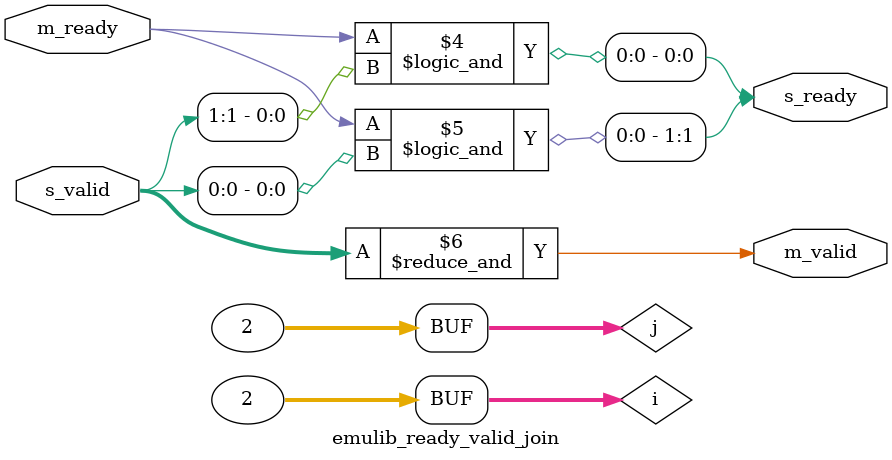
<source format=v>
`timescale 1ns / 1ps
`default_nettype none

module emulib_ready_valid_join #(
    parameter   BRANCHES    = 2
)(
    input  wire [BRANCHES-1:0]  s_valid,
    output reg  [BRANCHES-1:0]  s_ready,

    output wire                 m_valid,
    input  wire                 m_ready
);

    integer i, j;

    always @* begin
        s_ready = {BRANCHES{m_ready}};
        for (i = 0; i < BRANCHES; i = i + 1)
            for (j = 0; j < BRANCHES; j = j + 1)
                if (i != j)
                    s_ready[i] = s_ready[i] && s_valid[j];
    end

    assign m_valid = &s_valid;

endmodule

`default_nettype wire

</source>
